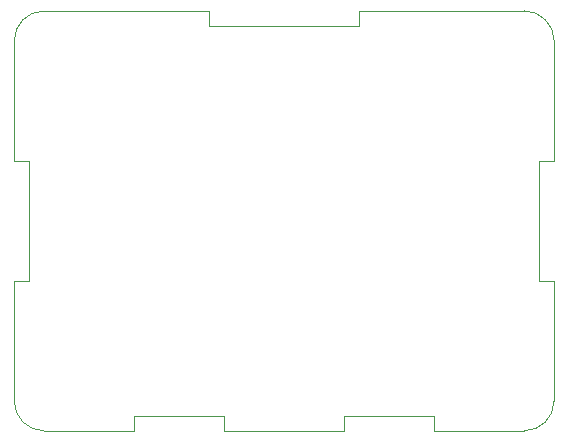
<source format=gm1>
G04 #@! TF.GenerationSoftware,KiCad,Pcbnew,(7.0.0-0)*
G04 #@! TF.CreationDate,2023-03-10T18:04:30-08:00*
G04 #@! TF.ProjectId,RX7 Headlight Control,52583720-4865-4616-946c-696768742043,rev?*
G04 #@! TF.SameCoordinates,Original*
G04 #@! TF.FileFunction,Profile,NP*
%FSLAX46Y46*%
G04 Gerber Fmt 4.6, Leading zero omitted, Abs format (unit mm)*
G04 Created by KiCad (PCBNEW (7.0.0-0)) date 2023-03-10 18:04:30*
%MOMM*%
%LPD*%
G01*
G04 APERTURE LIST*
G04 #@! TA.AperFunction,Profile*
%ADD10C,0.100000*%
G04 #@! TD*
G04 APERTURE END LIST*
D10*
X114300000Y-121920000D02*
X114300000Y-120650000D01*
X147320000Y-86360000D02*
X133350000Y-86360000D01*
X106680000Y-121920000D02*
X114300000Y-121920000D01*
X133350000Y-87630000D02*
X120650000Y-87630000D01*
X149860000Y-88900000D02*
G75*
G03*
X147320000Y-86360000I-2540000J0D01*
G01*
X147320000Y-121920000D02*
G75*
G03*
X149860000Y-119380000I0J2540000D01*
G01*
X132080000Y-121920000D02*
X132080000Y-120650000D01*
X121920000Y-120650000D02*
X121920000Y-121920000D01*
X133350000Y-86360000D02*
X133350000Y-87630000D01*
X105410000Y-99060000D02*
X104140000Y-99060000D01*
X132080000Y-120650000D02*
X139700000Y-120650000D01*
X104140000Y-109220000D02*
X105410000Y-109220000D01*
X139700000Y-121920000D02*
X147320000Y-121920000D01*
X121920000Y-121920000D02*
X132080000Y-121920000D01*
X114300000Y-120650000D02*
X121920000Y-120650000D01*
X104140000Y-99060000D02*
X104140000Y-88900000D01*
X149860000Y-99060000D02*
X148590000Y-99060000D01*
X106680000Y-86360000D02*
X120650000Y-86360000D01*
X139700000Y-120650000D02*
X139700000Y-121920000D01*
X104140000Y-119380000D02*
G75*
G03*
X106680000Y-121920000I2540000J0D01*
G01*
X120650000Y-87630000D02*
X120650000Y-86360000D01*
X148590000Y-109220000D02*
X149860000Y-109220000D01*
X148590000Y-99060000D02*
X148590000Y-109220000D01*
X104140000Y-119380000D02*
X104140000Y-109220000D01*
X106680000Y-86360000D02*
G75*
G03*
X104140000Y-88900000I0J-2540000D01*
G01*
X105410000Y-109220000D02*
X105410000Y-99060000D01*
X149860000Y-88900000D02*
X149860000Y-99060000D01*
X149860000Y-119380000D02*
X149860000Y-109220000D01*
M02*

</source>
